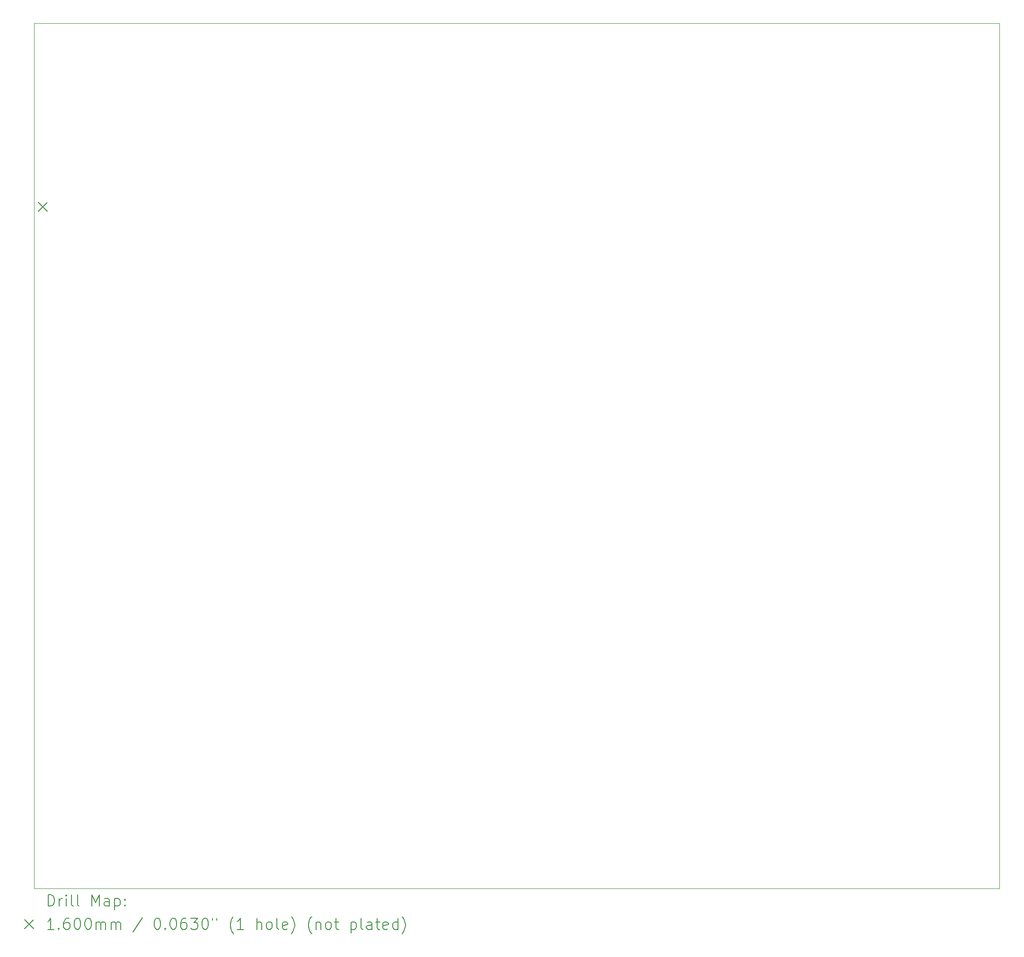
<source format=gbr>
%TF.GenerationSoftware,KiCad,Pcbnew,(6.0.7)*%
%TF.CreationDate,2022-11-30T23:51:10-03:00*%
%TF.ProjectId,ea075_project,65613037-355f-4707-926f-6a6563742e6b,rev?*%
%TF.SameCoordinates,Original*%
%TF.FileFunction,Drillmap*%
%TF.FilePolarity,Positive*%
%FSLAX45Y45*%
G04 Gerber Fmt 4.5, Leading zero omitted, Abs format (unit mm)*
G04 Created by KiCad (PCBNEW (6.0.7)) date 2022-11-30 23:51:10*
%MOMM*%
%LPD*%
G01*
G04 APERTURE LIST*
%ADD10C,0.100000*%
%ADD11C,0.200000*%
%ADD12C,0.160000*%
G04 APERTURE END LIST*
D10*
X5842000Y-2286000D02*
X23114000Y-2286000D01*
X23114000Y-2286000D02*
X23114000Y-17780000D01*
X23114000Y-17780000D02*
X5842000Y-17780000D01*
X5842000Y-17780000D02*
X5842000Y-2286000D01*
D11*
D12*
X5920000Y-5500000D02*
X6080000Y-5660000D01*
X6080000Y-5500000D02*
X5920000Y-5660000D01*
D11*
X6094619Y-18095476D02*
X6094619Y-17895476D01*
X6142238Y-17895476D01*
X6170809Y-17905000D01*
X6189857Y-17924048D01*
X6199381Y-17943095D01*
X6208905Y-17981190D01*
X6208905Y-18009762D01*
X6199381Y-18047857D01*
X6189857Y-18066905D01*
X6170809Y-18085952D01*
X6142238Y-18095476D01*
X6094619Y-18095476D01*
X6294619Y-18095476D02*
X6294619Y-17962143D01*
X6294619Y-18000238D02*
X6304143Y-17981190D01*
X6313667Y-17971667D01*
X6332714Y-17962143D01*
X6351762Y-17962143D01*
X6418428Y-18095476D02*
X6418428Y-17962143D01*
X6418428Y-17895476D02*
X6408905Y-17905000D01*
X6418428Y-17914524D01*
X6427952Y-17905000D01*
X6418428Y-17895476D01*
X6418428Y-17914524D01*
X6542238Y-18095476D02*
X6523190Y-18085952D01*
X6513667Y-18066905D01*
X6513667Y-17895476D01*
X6647000Y-18095476D02*
X6627952Y-18085952D01*
X6618428Y-18066905D01*
X6618428Y-17895476D01*
X6875571Y-18095476D02*
X6875571Y-17895476D01*
X6942238Y-18038333D01*
X7008905Y-17895476D01*
X7008905Y-18095476D01*
X7189857Y-18095476D02*
X7189857Y-17990714D01*
X7180333Y-17971667D01*
X7161286Y-17962143D01*
X7123190Y-17962143D01*
X7104143Y-17971667D01*
X7189857Y-18085952D02*
X7170809Y-18095476D01*
X7123190Y-18095476D01*
X7104143Y-18085952D01*
X7094619Y-18066905D01*
X7094619Y-18047857D01*
X7104143Y-18028810D01*
X7123190Y-18019286D01*
X7170809Y-18019286D01*
X7189857Y-18009762D01*
X7285095Y-17962143D02*
X7285095Y-18162143D01*
X7285095Y-17971667D02*
X7304143Y-17962143D01*
X7342238Y-17962143D01*
X7361286Y-17971667D01*
X7370809Y-17981190D01*
X7380333Y-18000238D01*
X7380333Y-18057381D01*
X7370809Y-18076429D01*
X7361286Y-18085952D01*
X7342238Y-18095476D01*
X7304143Y-18095476D01*
X7285095Y-18085952D01*
X7466048Y-18076429D02*
X7475571Y-18085952D01*
X7466048Y-18095476D01*
X7456524Y-18085952D01*
X7466048Y-18076429D01*
X7466048Y-18095476D01*
X7466048Y-17971667D02*
X7475571Y-17981190D01*
X7466048Y-17990714D01*
X7456524Y-17981190D01*
X7466048Y-17971667D01*
X7466048Y-17990714D01*
D12*
X5677000Y-18345000D02*
X5837000Y-18505000D01*
X5837000Y-18345000D02*
X5677000Y-18505000D01*
D11*
X6199381Y-18515476D02*
X6085095Y-18515476D01*
X6142238Y-18515476D02*
X6142238Y-18315476D01*
X6123190Y-18344048D01*
X6104143Y-18363095D01*
X6085095Y-18372619D01*
X6285095Y-18496429D02*
X6294619Y-18505952D01*
X6285095Y-18515476D01*
X6275571Y-18505952D01*
X6285095Y-18496429D01*
X6285095Y-18515476D01*
X6466048Y-18315476D02*
X6427952Y-18315476D01*
X6408905Y-18325000D01*
X6399381Y-18334524D01*
X6380333Y-18363095D01*
X6370809Y-18401190D01*
X6370809Y-18477381D01*
X6380333Y-18496429D01*
X6389857Y-18505952D01*
X6408905Y-18515476D01*
X6447000Y-18515476D01*
X6466048Y-18505952D01*
X6475571Y-18496429D01*
X6485095Y-18477381D01*
X6485095Y-18429762D01*
X6475571Y-18410714D01*
X6466048Y-18401190D01*
X6447000Y-18391667D01*
X6408905Y-18391667D01*
X6389857Y-18401190D01*
X6380333Y-18410714D01*
X6370809Y-18429762D01*
X6608905Y-18315476D02*
X6627952Y-18315476D01*
X6647000Y-18325000D01*
X6656524Y-18334524D01*
X6666048Y-18353571D01*
X6675571Y-18391667D01*
X6675571Y-18439286D01*
X6666048Y-18477381D01*
X6656524Y-18496429D01*
X6647000Y-18505952D01*
X6627952Y-18515476D01*
X6608905Y-18515476D01*
X6589857Y-18505952D01*
X6580333Y-18496429D01*
X6570809Y-18477381D01*
X6561286Y-18439286D01*
X6561286Y-18391667D01*
X6570809Y-18353571D01*
X6580333Y-18334524D01*
X6589857Y-18325000D01*
X6608905Y-18315476D01*
X6799381Y-18315476D02*
X6818428Y-18315476D01*
X6837476Y-18325000D01*
X6847000Y-18334524D01*
X6856524Y-18353571D01*
X6866048Y-18391667D01*
X6866048Y-18439286D01*
X6856524Y-18477381D01*
X6847000Y-18496429D01*
X6837476Y-18505952D01*
X6818428Y-18515476D01*
X6799381Y-18515476D01*
X6780333Y-18505952D01*
X6770809Y-18496429D01*
X6761286Y-18477381D01*
X6751762Y-18439286D01*
X6751762Y-18391667D01*
X6761286Y-18353571D01*
X6770809Y-18334524D01*
X6780333Y-18325000D01*
X6799381Y-18315476D01*
X6951762Y-18515476D02*
X6951762Y-18382143D01*
X6951762Y-18401190D02*
X6961286Y-18391667D01*
X6980333Y-18382143D01*
X7008905Y-18382143D01*
X7027952Y-18391667D01*
X7037476Y-18410714D01*
X7037476Y-18515476D01*
X7037476Y-18410714D02*
X7047000Y-18391667D01*
X7066048Y-18382143D01*
X7094619Y-18382143D01*
X7113667Y-18391667D01*
X7123190Y-18410714D01*
X7123190Y-18515476D01*
X7218428Y-18515476D02*
X7218428Y-18382143D01*
X7218428Y-18401190D02*
X7227952Y-18391667D01*
X7247000Y-18382143D01*
X7275571Y-18382143D01*
X7294619Y-18391667D01*
X7304143Y-18410714D01*
X7304143Y-18515476D01*
X7304143Y-18410714D02*
X7313667Y-18391667D01*
X7332714Y-18382143D01*
X7361286Y-18382143D01*
X7380333Y-18391667D01*
X7389857Y-18410714D01*
X7389857Y-18515476D01*
X7780333Y-18305952D02*
X7608905Y-18563095D01*
X8037476Y-18315476D02*
X8056524Y-18315476D01*
X8075571Y-18325000D01*
X8085095Y-18334524D01*
X8094619Y-18353571D01*
X8104143Y-18391667D01*
X8104143Y-18439286D01*
X8094619Y-18477381D01*
X8085095Y-18496429D01*
X8075571Y-18505952D01*
X8056524Y-18515476D01*
X8037476Y-18515476D01*
X8018428Y-18505952D01*
X8008905Y-18496429D01*
X7999381Y-18477381D01*
X7989857Y-18439286D01*
X7989857Y-18391667D01*
X7999381Y-18353571D01*
X8008905Y-18334524D01*
X8018428Y-18325000D01*
X8037476Y-18315476D01*
X8189857Y-18496429D02*
X8199381Y-18505952D01*
X8189857Y-18515476D01*
X8180333Y-18505952D01*
X8189857Y-18496429D01*
X8189857Y-18515476D01*
X8323190Y-18315476D02*
X8342238Y-18315476D01*
X8361286Y-18325000D01*
X8370809Y-18334524D01*
X8380333Y-18353571D01*
X8389857Y-18391667D01*
X8389857Y-18439286D01*
X8380333Y-18477381D01*
X8370809Y-18496429D01*
X8361286Y-18505952D01*
X8342238Y-18515476D01*
X8323190Y-18515476D01*
X8304143Y-18505952D01*
X8294619Y-18496429D01*
X8285095Y-18477381D01*
X8275571Y-18439286D01*
X8275571Y-18391667D01*
X8285095Y-18353571D01*
X8294619Y-18334524D01*
X8304143Y-18325000D01*
X8323190Y-18315476D01*
X8561286Y-18315476D02*
X8523190Y-18315476D01*
X8504143Y-18325000D01*
X8494619Y-18334524D01*
X8475571Y-18363095D01*
X8466048Y-18401190D01*
X8466048Y-18477381D01*
X8475571Y-18496429D01*
X8485095Y-18505952D01*
X8504143Y-18515476D01*
X8542238Y-18515476D01*
X8561286Y-18505952D01*
X8570810Y-18496429D01*
X8580333Y-18477381D01*
X8580333Y-18429762D01*
X8570810Y-18410714D01*
X8561286Y-18401190D01*
X8542238Y-18391667D01*
X8504143Y-18391667D01*
X8485095Y-18401190D01*
X8475571Y-18410714D01*
X8466048Y-18429762D01*
X8647000Y-18315476D02*
X8770810Y-18315476D01*
X8704143Y-18391667D01*
X8732714Y-18391667D01*
X8751762Y-18401190D01*
X8761286Y-18410714D01*
X8770810Y-18429762D01*
X8770810Y-18477381D01*
X8761286Y-18496429D01*
X8751762Y-18505952D01*
X8732714Y-18515476D01*
X8675571Y-18515476D01*
X8656524Y-18505952D01*
X8647000Y-18496429D01*
X8894619Y-18315476D02*
X8913667Y-18315476D01*
X8932714Y-18325000D01*
X8942238Y-18334524D01*
X8951762Y-18353571D01*
X8961286Y-18391667D01*
X8961286Y-18439286D01*
X8951762Y-18477381D01*
X8942238Y-18496429D01*
X8932714Y-18505952D01*
X8913667Y-18515476D01*
X8894619Y-18515476D01*
X8875571Y-18505952D01*
X8866048Y-18496429D01*
X8856524Y-18477381D01*
X8847000Y-18439286D01*
X8847000Y-18391667D01*
X8856524Y-18353571D01*
X8866048Y-18334524D01*
X8875571Y-18325000D01*
X8894619Y-18315476D01*
X9037476Y-18315476D02*
X9037476Y-18353571D01*
X9113667Y-18315476D02*
X9113667Y-18353571D01*
X9408905Y-18591667D02*
X9399381Y-18582143D01*
X9380333Y-18553571D01*
X9370810Y-18534524D01*
X9361286Y-18505952D01*
X9351762Y-18458333D01*
X9351762Y-18420238D01*
X9361286Y-18372619D01*
X9370810Y-18344048D01*
X9380333Y-18325000D01*
X9399381Y-18296429D01*
X9408905Y-18286905D01*
X9589857Y-18515476D02*
X9475571Y-18515476D01*
X9532714Y-18515476D02*
X9532714Y-18315476D01*
X9513667Y-18344048D01*
X9494619Y-18363095D01*
X9475571Y-18372619D01*
X9827952Y-18515476D02*
X9827952Y-18315476D01*
X9913667Y-18515476D02*
X9913667Y-18410714D01*
X9904143Y-18391667D01*
X9885095Y-18382143D01*
X9856524Y-18382143D01*
X9837476Y-18391667D01*
X9827952Y-18401190D01*
X10037476Y-18515476D02*
X10018429Y-18505952D01*
X10008905Y-18496429D01*
X9999381Y-18477381D01*
X9999381Y-18420238D01*
X10008905Y-18401190D01*
X10018429Y-18391667D01*
X10037476Y-18382143D01*
X10066048Y-18382143D01*
X10085095Y-18391667D01*
X10094619Y-18401190D01*
X10104143Y-18420238D01*
X10104143Y-18477381D01*
X10094619Y-18496429D01*
X10085095Y-18505952D01*
X10066048Y-18515476D01*
X10037476Y-18515476D01*
X10218429Y-18515476D02*
X10199381Y-18505952D01*
X10189857Y-18486905D01*
X10189857Y-18315476D01*
X10370810Y-18505952D02*
X10351762Y-18515476D01*
X10313667Y-18515476D01*
X10294619Y-18505952D01*
X10285095Y-18486905D01*
X10285095Y-18410714D01*
X10294619Y-18391667D01*
X10313667Y-18382143D01*
X10351762Y-18382143D01*
X10370810Y-18391667D01*
X10380333Y-18410714D01*
X10380333Y-18429762D01*
X10285095Y-18448810D01*
X10447000Y-18591667D02*
X10456524Y-18582143D01*
X10475571Y-18553571D01*
X10485095Y-18534524D01*
X10494619Y-18505952D01*
X10504143Y-18458333D01*
X10504143Y-18420238D01*
X10494619Y-18372619D01*
X10485095Y-18344048D01*
X10475571Y-18325000D01*
X10456524Y-18296429D01*
X10447000Y-18286905D01*
X10808905Y-18591667D02*
X10799381Y-18582143D01*
X10780333Y-18553571D01*
X10770810Y-18534524D01*
X10761286Y-18505952D01*
X10751762Y-18458333D01*
X10751762Y-18420238D01*
X10761286Y-18372619D01*
X10770810Y-18344048D01*
X10780333Y-18325000D01*
X10799381Y-18296429D01*
X10808905Y-18286905D01*
X10885095Y-18382143D02*
X10885095Y-18515476D01*
X10885095Y-18401190D02*
X10894619Y-18391667D01*
X10913667Y-18382143D01*
X10942238Y-18382143D01*
X10961286Y-18391667D01*
X10970810Y-18410714D01*
X10970810Y-18515476D01*
X11094619Y-18515476D02*
X11075571Y-18505952D01*
X11066048Y-18496429D01*
X11056524Y-18477381D01*
X11056524Y-18420238D01*
X11066048Y-18401190D01*
X11075571Y-18391667D01*
X11094619Y-18382143D01*
X11123190Y-18382143D01*
X11142238Y-18391667D01*
X11151762Y-18401190D01*
X11161286Y-18420238D01*
X11161286Y-18477381D01*
X11151762Y-18496429D01*
X11142238Y-18505952D01*
X11123190Y-18515476D01*
X11094619Y-18515476D01*
X11218428Y-18382143D02*
X11294619Y-18382143D01*
X11247000Y-18315476D02*
X11247000Y-18486905D01*
X11256524Y-18505952D01*
X11275571Y-18515476D01*
X11294619Y-18515476D01*
X11513667Y-18382143D02*
X11513667Y-18582143D01*
X11513667Y-18391667D02*
X11532714Y-18382143D01*
X11570809Y-18382143D01*
X11589857Y-18391667D01*
X11599381Y-18401190D01*
X11608905Y-18420238D01*
X11608905Y-18477381D01*
X11599381Y-18496429D01*
X11589857Y-18505952D01*
X11570809Y-18515476D01*
X11532714Y-18515476D01*
X11513667Y-18505952D01*
X11723190Y-18515476D02*
X11704143Y-18505952D01*
X11694619Y-18486905D01*
X11694619Y-18315476D01*
X11885095Y-18515476D02*
X11885095Y-18410714D01*
X11875571Y-18391667D01*
X11856524Y-18382143D01*
X11818428Y-18382143D01*
X11799381Y-18391667D01*
X11885095Y-18505952D02*
X11866048Y-18515476D01*
X11818428Y-18515476D01*
X11799381Y-18505952D01*
X11789857Y-18486905D01*
X11789857Y-18467857D01*
X11799381Y-18448810D01*
X11818428Y-18439286D01*
X11866048Y-18439286D01*
X11885095Y-18429762D01*
X11951762Y-18382143D02*
X12027952Y-18382143D01*
X11980333Y-18315476D02*
X11980333Y-18486905D01*
X11989857Y-18505952D01*
X12008905Y-18515476D01*
X12027952Y-18515476D01*
X12170809Y-18505952D02*
X12151762Y-18515476D01*
X12113667Y-18515476D01*
X12094619Y-18505952D01*
X12085095Y-18486905D01*
X12085095Y-18410714D01*
X12094619Y-18391667D01*
X12113667Y-18382143D01*
X12151762Y-18382143D01*
X12170809Y-18391667D01*
X12180333Y-18410714D01*
X12180333Y-18429762D01*
X12085095Y-18448810D01*
X12351762Y-18515476D02*
X12351762Y-18315476D01*
X12351762Y-18505952D02*
X12332714Y-18515476D01*
X12294619Y-18515476D01*
X12275571Y-18505952D01*
X12266048Y-18496429D01*
X12256524Y-18477381D01*
X12256524Y-18420238D01*
X12266048Y-18401190D01*
X12275571Y-18391667D01*
X12294619Y-18382143D01*
X12332714Y-18382143D01*
X12351762Y-18391667D01*
X12427952Y-18591667D02*
X12437476Y-18582143D01*
X12456524Y-18553571D01*
X12466048Y-18534524D01*
X12475571Y-18505952D01*
X12485095Y-18458333D01*
X12485095Y-18420238D01*
X12475571Y-18372619D01*
X12466048Y-18344048D01*
X12456524Y-18325000D01*
X12437476Y-18296429D01*
X12427952Y-18286905D01*
M02*

</source>
